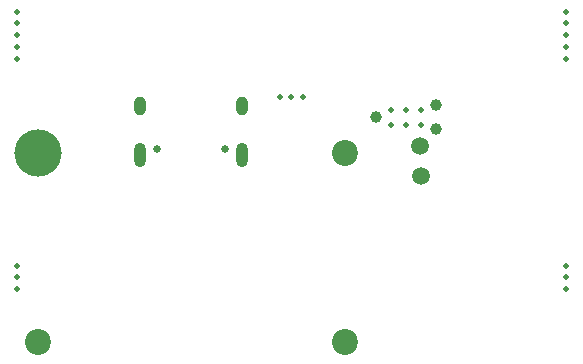
<source format=gts>
G04 #@! TF.GenerationSoftware,KiCad,Pcbnew,(6.0.4-0)*
G04 #@! TF.CreationDate,2022-04-22T14:06:04+09:00*
G04 #@! TF.ProjectId,mcupcb,6d637570-6362-42e6-9b69-6361645f7063,rev?*
G04 #@! TF.SameCoordinates,Original*
G04 #@! TF.FileFunction,Soldermask,Top*
G04 #@! TF.FilePolarity,Negative*
%FSLAX46Y46*%
G04 Gerber Fmt 4.6, Leading zero omitted, Abs format (unit mm)*
G04 Created by KiCad (PCBNEW (6.0.4-0)) date 2022-04-22 14:06:04*
%MOMM*%
%LPD*%
G01*
G04 APERTURE LIST*
%ADD10C,0.500000*%
%ADD11C,1.500000*%
%ADD12C,2.200000*%
%ADD13C,0.650000*%
%ADD14O,1.000000X2.100000*%
%ADD15O,1.000000X1.600000*%
%ADD16C,4.000000*%
%ADD17C,0.990600*%
G04 APERTURE END LIST*
D10*
X185250000Y-142250000D03*
X185250000Y-144250000D03*
X185250000Y-141250000D03*
X185250000Y-143250000D03*
X185250000Y-145250000D03*
X208500000Y-148500000D03*
X209500000Y-148500000D03*
X207500000Y-148500000D03*
D11*
X219450000Y-155200000D03*
D10*
X231750000Y-141250000D03*
X231750000Y-142250000D03*
X231750000Y-143250000D03*
X231750000Y-144250000D03*
X231750000Y-145250000D03*
X231750000Y-164750000D03*
X231750000Y-163750000D03*
X231750000Y-162750000D03*
D11*
X219400000Y-152600000D03*
D10*
X185250000Y-163750000D03*
X185250000Y-164750000D03*
X185250000Y-162750000D03*
D12*
X187000000Y-169250000D03*
X213000000Y-169250000D03*
X213000000Y-153250000D03*
D13*
X197110000Y-152849999D03*
X202890000Y-152849999D03*
D14*
X195680000Y-153379999D03*
X204320000Y-153379999D03*
D15*
X195680000Y-149199999D03*
X204320000Y-149199999D03*
D16*
X187000000Y-153250000D03*
D17*
X220740000Y-151216000D03*
X220740000Y-149184000D03*
X215660000Y-150200000D03*
D10*
X216930000Y-149565000D03*
X216930000Y-150835000D03*
X218200000Y-149565000D03*
X218200000Y-150835000D03*
X219470000Y-149565000D03*
X219470000Y-150835000D03*
M02*

</source>
